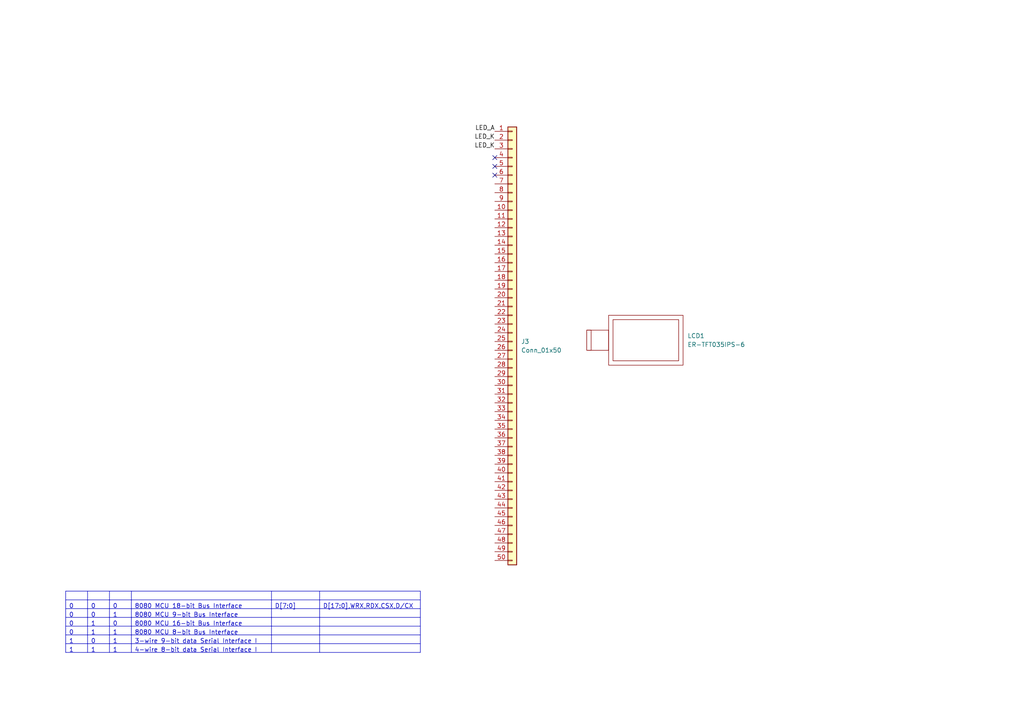
<source format=kicad_sch>
(kicad_sch (version 20250114) (generator "eeschema") (generator_version "9.0")
  (paper "A4")
  (title_block (date "2025-07-20") (rev "A0") (company "WebWow") (comment 1 "Bjorn Hropot"))
  (lib_symbols
    (symbol "Connector_Generic:Conn_01x50" (pin_names (offset 1.016) (hide yes))
      (property "Reference" "J" (at 0 63.5 0))
      (property "Value" "Conn_01x50" (at 0 -66.04 0))
      (symbol "Conn_01x50_1_1"
        (rectangle (start -1.27 62.23) (end 1.27 -64.77) (stroke (width 0.254)) (fill (type background)))
        (rectangle (start -1.27 61.087) (end 0 60.833) (stroke (width 0.1524)))
        (rectangle (start -1.27 58.547) (end 0 58.293) (stroke (width 0.1524)))
        (rectangle (start -1.27 56.007) (end 0 55.753) (stroke (width 0.1524)))
        (rectangle (start -1.27 53.467) (end 0 53.213) (stroke (width 0.1524)))
        (rectangle (start -1.27 50.927) (end 0 50.673) (stroke (width 0.1524)))
        (rectangle (start -1.27 48.387) (end 0 48.133) (stroke (width 0.1524)))
        (rectangle (start -1.27 45.847) (end 0 45.593) (stroke (width 0.1524)))
        (rectangle (start -1.27 43.307) (end 0 43.053) (stroke (width 0.1524)))
        (rectangle (start -1.27 40.767) (end 0 40.513) (stroke (width 0.1524)))
        (rectangle (start -1.27 38.227) (end 0 37.973) (stroke (width 0.1524)))
        (rectangle (start -1.27 35.687) (end 0 35.433) (stroke (width 0.1524)))
        (rectangle (start -1.27 33.147) (end 0 32.893) (stroke (width 0.1524)))
        (rectangle (start -1.27 30.607) (end 0 30.353) (stroke (width 0.1524)))
        (rectangle (start -1.27 28.067) (end 0 27.813) (stroke (width 0.1524)))
        (rectangle (start -1.27 25.527) (end 0 25.273) (stroke (width 0.1524)))
        (rectangle (start -1.27 22.987) (end 0 22.733) (stroke (width 0.1524)))
        (rectangle (start -1.27 20.447) (end 0 20.193) (stroke (width 0.1524)))
        (rectangle (start -1.27 17.907) (end 0 17.653) (stroke (width 0.1524)))
        (rectangle (start -1.27 15.367) (end 0 15.113) (stroke (width 0.1524)))
        (rectangle (start -1.27 12.827) (end 0 12.573) (stroke (width 0.1524)))
        (rectangle (start -1.27 10.287) (end 0 10.033) (stroke (width 0.1524)))
        (rectangle (start -1.27 7.747) (end 0 7.493) (stroke (width 0.1524)))
        (rectangle (start -1.27 5.207) (end 0 4.953) (stroke (width 0.1524)))
        (rectangle (start -1.27 2.667) (end 0 2.413) (stroke (width 0.1524)))
        (rectangle (start -1.27 0.127) (end 0 -0.127) (stroke (width 0.1524)))
        (rectangle (start -1.27 -2.413) (end 0 -2.667) (stroke (width 0.1524)))
        (rectangle (start -1.27 -4.953) (end 0 -5.207) (stroke (width 0.1524)))
        (rectangle (start -1.27 -7.493) (end 0 -7.747) (stroke (width 0.1524)))
        (rectangle (start -1.27 -10.033) (end 0 -10.287) (stroke (width 0.1524)))
        (rectangle (start -1.27 -12.573) (end 0 -12.827) (stroke (width 0.1524)))
        (rectangle (start -1.27 -15.113) (end 0 -15.367) (stroke (width 0.1524)))
        (rectangle (start -1.27 -17.653) (end 0 -17.907) (stroke (width 0.1524)))
        (rectangle (start -1.27 -20.193) (end 0 -20.447) (stroke (width 0.1524)))
        (rectangle (start -1.27 -22.733) (end 0 -22.987) (stroke (width 0.1524)))
        (rectangle (start -1.27 -25.273) (end 0 -25.527) (stroke (width 0.1524)))
        (rectangle (start -1.27 -27.813) (end 0 -28.067) (stroke (width 0.1524)))
        (rectangle (start -1.27 -30.353) (end 0 -30.607) (stroke (width 0.1524)))
        (rectangle (start -1.27 -32.893) (end 0 -33.147) (stroke (width 0.1524)))
        (rectangle (start -1.27 -35.433) (end 0 -35.687) (stroke (width 0.1524)))
        (rectangle (start -1.27 -37.973) (end 0 -38.227) (stroke (width 0.1524)))
        (rectangle (start -1.27 -40.513) (end 0 -40.767) (stroke (width 0.1524)))
        (rectangle (start -1.27 -43.053) (end 0 -43.307) (stroke (width 0.1524)))
        (rectangle (start -1.27 -45.593) (end 0 -45.847) (stroke (width 0.1524)))
        (rectangle (start -1.27 -48.133) (end 0 -48.387) (stroke (width 0.1524)))
        (rectangle (start -1.27 -50.673) (end 0 -50.927) (stroke (width 0.1524)))
        (rectangle (start -1.27 -53.213) (end 0 -53.467) (stroke (width 0.1524)))
        (rectangle (start -1.27 -55.753) (end 0 -56.007) (stroke (width 0.1524)))
        (rectangle (start -1.27 -58.293) (end 0 -58.547) (stroke (width 0.1524)))
        (rectangle (start -1.27 -60.833) (end 0 -61.087) (stroke (width 0.1524)))
        (rectangle (start -1.27 -63.373) (end 0 -63.627) (stroke (width 0.1524)))
        (pin passive line (at -5.08 60.96 0) (length 3.81) (name "Pin_1") (number "1"))
        (pin passive line (at -5.08 58.42 0) (length 3.81) (name "Pin_2") (number "2"))
        (pin passive line (at -5.08 55.88 0) (length 3.81) (name "Pin_3") (number "3"))
        (pin passive line (at -5.08 53.34 0) (length 3.81) (name "Pin_4") (number "4"))
        (pin passive line (at -5.08 50.8 0) (length 3.81) (name "Pin_5") (number "5"))
        (pin passive line (at -5.08 48.26 0) (length 3.81) (name "Pin_6") (number "6"))
        (pin passive line (at -5.08 45.72 0) (length 3.81) (name "Pin_7") (number "7"))
        (pin passive line (at -5.08 43.18 0) (length 3.81) (name "Pin_8") (number "8"))
        (pin passive line (at -5.08 40.64 0) (length 3.81) (name "Pin_9") (number "9"))
        (pin passive line (at -5.08 38.1 0) (length 3.81) (name "Pin_10") (number "10"))
        (pin passive line (at -5.08 35.56 0) (length 3.81) (name "Pin_11") (number "11"))
        (pin passive line (at -5.08 33.02 0) (length 3.81) (name "Pin_12") (number "12"))
        (pin passive line (at -5.08 30.48 0) (length 3.81) (name "Pin_13") (number "13"))
        (pin passive line (at -5.08 27.94 0) (length 3.81) (name "Pin_14") (number "14"))
        (pin passive line (at -5.08 25.4 0) (length 3.81) (name "Pin_15") (number "15"))
        (pin passive line (at -5.08 22.86 0) (length 3.81) (name "Pin_16") (number "16"))
        (pin passive line (at -5.08 20.32 0) (length 3.81) (name "Pin_17") (number "17"))
        (pin passive line (at -5.08 17.78 0) (length 3.81) (name "Pin_18") (number "18"))
        (pin passive line (at -5.08 15.24 0) (length 3.81) (name "Pin_19") (number "19"))
        (pin passive line (at -5.08 12.7 0) (length 3.81) (name "Pin_20") (number "20"))
        (pin passive line (at -5.08 10.16 0) (length 3.81) (name "Pin_21") (number "21"))
        (pin passive line (at -5.08 7.62 0) (length 3.81) (name "Pin_22") (number "22"))
        (pin passive line (at -5.08 5.08 0) (length 3.81) (name "Pin_23") (number "23"))
        (pin passive line (at -5.08 2.54 0) (length 3.81) (name "Pin_24") (number "24"))
        (pin passive line (at -5.08 0 0) (length 3.81) (name "Pin_25") (number "25"))
        (pin passive line (at -5.08 -2.54 0) (length 3.81) (name "Pin_26") (number "26"))
        (pin passive line (at -5.08 -5.08 0) (length 3.81) (name "Pin_27") (number "27"))
        (pin passive line (at -5.08 -7.62 0) (length 3.81) (name "Pin_28") (number "28"))
        (pin passive line (at -5.08 -10.16 0) (length 3.81) (name "Pin_29") (number "29"))
        (pin passive line (at -5.08 -12.7 0) (length 3.81) (name "Pin_30") (number "30"))
        (pin passive line (at -5.08 -15.24 0) (length 3.81) (name "Pin_31") (number "31"))
        (pin passive line (at -5.08 -17.78 0) (length 3.81) (name "Pin_32") (number "32"))
        (pin passive line (at -5.08 -20.32 0) (length 3.81) (name "Pin_33") (number "33"))
        (pin passive line (at -5.08 -22.86 0) (length 3.81) (name "Pin_34") (number "34"))
        (pin passive line (at -5.08 -25.4 0) (length 3.81) (name "Pin_35") (number "35"))
        (pin passive line (at -5.08 -27.94 0) (length 3.81) (name "Pin_36") (number "36"))
        (pin passive line (at -5.08 -30.48 0) (length 3.81) (name "Pin_37") (number "37"))
        (pin passive line (at -5.08 -33.02 0) (length 3.81) (name "Pin_38") (number "38"))
        (pin passive line (at -5.08 -35.56 0) (length 3.81) (name "Pin_39") (number "39"))
        (pin passive line (at -5.08 -38.1 0) (length 3.81) (name "Pin_40") (number "40"))
        (pin passive line (at -5.08 -40.64 0) (length 3.81) (name "Pin_41") (number "41"))
        (pin passive line (at -5.08 -43.18 0) (length 3.81) (name "Pin_42") (number "42"))
        (pin passive line (at -5.08 -45.72 0) (length 3.81) (name "Pin_43") (number "43"))
        (pin passive line (at -5.08 -48.26 0) (length 3.81) (name "Pin_44") (number "44"))
        (pin passive line (at -5.08 -50.8 0) (length 3.81) (name "Pin_45") (number "45"))
        (pin passive line (at -5.08 -53.34 0) (length 3.81) (name "Pin_46") (number "46"))
        (pin passive line (at -5.08 -55.88 0) (length 3.81) (name "Pin_47") (number "47"))
        (pin passive line (at -5.08 -58.42 0) (length 3.81) (name "Pin_48") (number "48"))
        (pin passive line (at -5.08 -60.96 0) (length 3.81) (name "Pin_49") (number "49"))
        (pin passive line (at -5.08 -63.5 0) (length 3.81) (name "Pin_50") (number "50"))
      )
    )
    (symbol "LCD:ER-TFT035IPS-6"
      (property "Reference" "LCD" (at 0 10.922 0))
      (property "Value" "ER-TFT035IPS-6" (at 0 8.89 0))
      (symbol "ER-TFT035IPS-6_0_1"
        (rectangle (start -16.51 3.302) (end -15.24 -2.54))
        (rectangle (start -16.51 3.302) (end -10.16 -2.54))
        (rectangle (start -10.16 7.62) (end 11.43 -6.858))
        (rectangle (start -8.89 6.35) (end 10.16 -5.588))
      )
    )
  )
  (no_connect (at 143.51 45.72))
  (no_connect (at 143.51 48.26))
  (no_connect (at 143.51 50.8))
  (table (column_count 6) (border (external yes) (header yes)) (separators (rows yes) (cols yes)) (column_widths 6.35 6.35 6.35 40.64 13.97 29.21) (row_heights 2.54 2.54 2.54 2.54 2.54 2.54 2.54) (cells (table_cell "" (at 19.05 171.45 0) (size 6.35 2.54) (margins 0.9525 0.9525 0.9525 0.9525) (span 1 1)) (table_cell "" (at 25.4 171.45 0) (size 6.35 2.54) (margins 0.9525 0.9525 0.9525 0.9525) (span 1 1)) (table_cell "" (at 31.75 171.45 0) (size 6.35 2.54) (margins 0.9525 0.9525 0.9525 0.9525) (span 1 1)) (table_cell "" (at 38.1 171.45 0) (size 40.64 2.54) (margins 0.9525 0.9525 0.9525 0.9525) (span 1 1)) (table_cell "" (at 78.74 171.45 0) (size 13.97 2.54) (margins 0.9525 0.9525 0.9525 0.9525) (span 1 1)) (table_cell "" (at 92.71 171.45 0) (size 29.21 2.54) (margins 0.9525 0.9525 0.9525 0.9525) (span 1 1)) (table_cell "0" (at 19.05 173.99 0) (size 6.35 2.54) (margins 0.9525 0.9525 0.9525 0.9525) (span 1 1)) (table_cell "0" (at 25.4 173.99 0) (size 6.35 2.54) (margins 0.9525 0.9525 0.9525 0.9525) (span 1 1)) (table_cell "0" (at 31.75 173.99 0) (size 6.35 2.54) (margins 0.9525 0.9525 0.9525 0.9525) (span 1 1)) (table_cell "8080 MCU 18-bit Bus Interface" (at 38.1 173.99 0) (size 40.64 2.54) (margins 0.9525 0.9525 0.9525 0.9525) (span 1 1)) (table_cell "D[7:0]" (at 78.74 173.99 0) (size 13.97 2.54) (margins 0.9525 0.9525 0.9525 0.9525) (span 1 1)) (table_cell "D[17:0],WRX,RDX,CSX,D/CX" (at 92.71 173.99 0) (size 29.21 2.54) (margins 0.9525 0.9525 0.9525 0.9525) (span 1 1)) (table_cell "0" (at 19.05 176.53 0) (size 6.35 2.54) (margins 0.9525 0.9525 0.9525 0.9525) (span 1 1)) (table_cell "0" (at 25.4 176.53 0) (size 6.35 2.54) (margins 0.9525 0.9525 0.9525 0.9525) (span 1 1)) (table_cell "1" (at 31.75 176.53 0) (size 6.35 2.54) (margins 0.9525 0.9525 0.9525 0.9525) (span 1 1)) (table_cell "8080 MCU 9-bit Bus Interface" (at 38.1 176.53 0) (size 40.64 2.54) (margins 0.9525 0.9525 0.9525 0.9525) (span 1 1)) (table_cell "" (at 78.74 176.53 0) (size 13.97 2.54) (margins 0.9525 0.9525 0.9525 0.9525) (span 1 1)) (table_cell "" (at 92.71 176.53 0) (size 29.21 2.54) (margins 0.9525 0.9525 0.9525 0.9525) (span 1 1)) (table_cell "0" (at 19.05 179.07 0) (size 6.35 2.54) (margins 0.9525 0.9525 0.9525 0.9525) (span 1 1)) (table_cell "1" (at 25.4 179.07 0) (size 6.35 2.54) (margins 0.9525 0.9525 0.9525 0.9525) (span 1 1)) (table_cell "0" (at 31.75 179.07 0) (size 6.35 2.54) (margins 0.9525 0.9525 0.9525 0.9525) (span 1 1)) (table_cell "8080 MCU 16-bit Bus Interface" (at 38.1 179.07 0) (size 40.64 2.54) (margins 0.9525 0.9525 0.9525 0.9525) (span 1 1)) (table_cell "" (at 78.74 179.07 0) (size 13.97 2.54) (margins 0.9525 0.9525 0.9525 0.9525) (span 1 1)) (table_cell "" (at 92.71 179.07 0) (size 29.21 2.54) (margins 0.9525 0.9525 0.9525 0.9525) (span 1 1)) (table_cell "0" (at 19.05 181.61 0) (size 6.35 2.54) (margins 0.9525 0.9525 0.9525 0.9525) (span 1 1)) (table_cell "1" (at 25.4 181.61 0) (size 6.35 2.54) (margins 0.9525 0.9525 0.9525 0.9525) (span 1 1)) (table_cell "1" (at 31.75 181.61 0) (size 6.35 2.54) (margins 0.9525 0.9525 0.9525 0.9525) (span 1 1)) (table_cell "8080 MCU 8-bit Bus Interface" (at 38.1 181.61 0) (size 40.64 2.54) (margins 0.9525 0.9525 0.9525 0.9525) (span 1 1)) (table_cell "" (at 78.74 181.61 0) (size 13.97 2.54) (margins 0.9525 0.9525 0.9525 0.9525) (span 1 1)) (table_cell "" (at 92.71 181.61 0) (size 29.21 2.54) (margins 0.9525 0.9525 0.9525 0.9525) (span 1 1)) (table_cell "1" (at 19.05 184.15 0) (size 6.35 2.54) (margins 0.9525 0.9525 0.9525 0.9525) (span 1 1)) (table_cell "0" (at 25.4 184.15 0) (size 6.35 2.54) (margins 0.9525 0.9525 0.9525 0.9525) (span 1 1)) (table_cell "1" (at 31.75 184.15 0) (size 6.35 2.54) (margins 0.9525 0.9525 0.9525 0.9525) (span 1 1)) (table_cell "3-wire 9-bit data Serial Interface I" (at 38.1 184.15 0) (size 40.64 2.54) (margins 0.9525 0.9525 0.9525 0.9525) (span 1 1)) (table_cell "" (at 78.74 184.15 0) (size 13.97 2.54) (margins 0.9525 0.9525 0.9525 0.9525) (span 1 1)) (table_cell "" (at 92.71 184.15 0) (size 29.21 2.54) (margins 0.9525 0.9525 0.9525 0.9525) (span 1 1)) (table_cell "1" (at 19.05 186.69 0) (size 6.35 2.54) (margins 0.9525 0.9525 0.9525 0.9525) (span 1 1)) (table_cell "1" (at 25.4 186.69 0) (size 6.35 2.54) (margins 0.9525 0.9525 0.9525 0.9525) (span 1 1)) (table_cell "1" (at 31.75 186.69 0) (size 6.35 2.54) (margins 0.9525 0.9525 0.9525 0.9525) (span 1 1)) (table_cell "4-wire 8-bit data Serial Interface I" (at 38.1 186.69 0) (size 40.64 2.54) (margins 0.9525 0.9525 0.9525 0.9525) (span 1 1)) (table_cell "" (at 78.74 186.69 0) (size 13.97 2.54) (margins 0.9525 0.9525 0.9525 0.9525) (span 1 1)) (table_cell "" (at 92.71 186.69 0) (size 29.21 2.54) (margins 0.9525 0.9525 0.9525 0.9525) (span 1 1))))
  (label "LED_K" (at 143.51 43.18 180))
  (label "LED_K" (at 143.51 40.64 180))
  (label "LED_A" (at 143.51 38.1 180))
  (symbol (lib_id "LCD:ER-TFT035IPS-6") (at 186.69 99.06 0) (unit 1)
    (property "Reference" "LCD1" (at 199.39 97.4089 0) (effects (justify left)))
    (property "Value" "ER-TFT035IPS-6" (at 199.39 99.9489 0) (effects (justify left)))
    (property "Footprint" "LCD:ER-TFT035IPS-6" (effects (hide yes)))
    (property "Datasheet" "datasheet/ER-TFT035IPS-6_Datasheet.pdf" (effects (hide yes)))
    (property "Description" "LCD 3.5 IPS TFT 320x480 SPI ILI9488" (effects (hide yes)))
  )
  (symbol (lib_id "Connector_Generic:Conn_01x50") (at 148.59 99.06 0) (unit 1)
    (property "Reference" "J3" (at 151.13 99.0599 0) (effects (justify left)))
    (property "Value" "Conn_01x50" (at 151.13 101.5999 0) (effects (justify left)))
    (property "Description" "\"Generic connector, single row, 01x50, script generated\"" (effects (hide yes)))
  )
)
</source>
